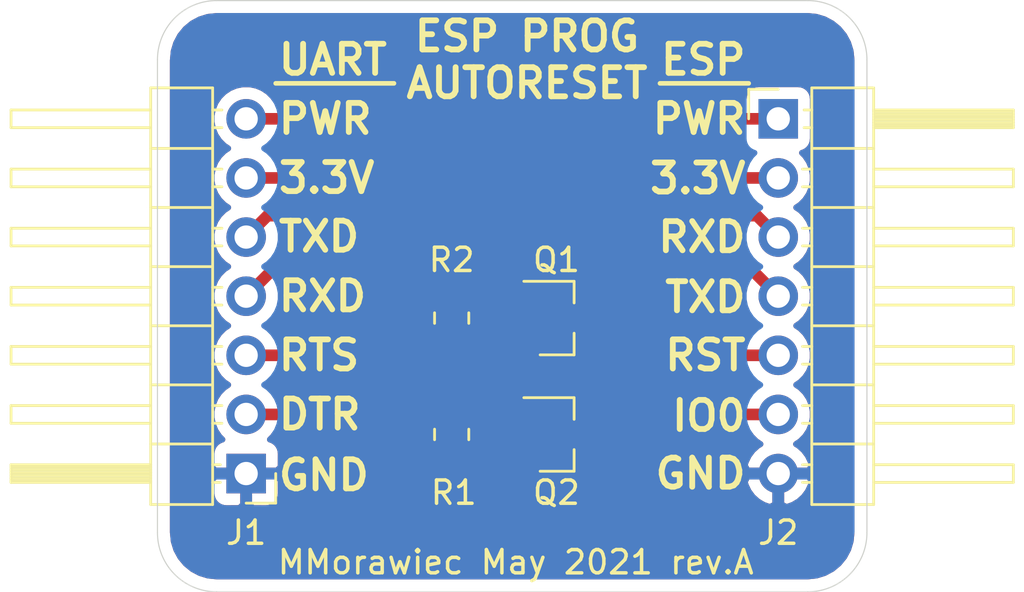
<source format=kicad_pcb>
(kicad_pcb (version 20171130) (host pcbnew "(5.1.10)-1")

  (general
    (thickness 1.6)
    (drawings 28)
    (tracks 33)
    (zones 0)
    (modules 6)
    (nets 12)
  )

  (page A4)
  (layers
    (0 F.Cu signal)
    (31 B.Cu signal)
    (32 B.Adhes user)
    (33 F.Adhes user)
    (34 B.Paste user)
    (35 F.Paste user)
    (36 B.SilkS user)
    (37 F.SilkS user)
    (38 B.Mask user)
    (39 F.Mask user)
    (40 Dwgs.User user)
    (41 Cmts.User user)
    (42 Eco1.User user)
    (43 Eco2.User user)
    (44 Edge.Cuts user)
    (45 Margin user)
    (46 B.CrtYd user)
    (47 F.CrtYd user)
    (48 B.Fab user)
    (49 F.Fab user)
  )

  (setup
    (last_trace_width 0.25)
    (user_trace_width 0.25)
    (user_trace_width 0.5)
    (user_trace_width 0.75)
    (trace_clearance 0.2)
    (zone_clearance 0.508)
    (zone_45_only no)
    (trace_min 0.2)
    (via_size 0.8)
    (via_drill 0.4)
    (via_min_size 0.4)
    (via_min_drill 0.3)
    (uvia_size 0.3)
    (uvia_drill 0.1)
    (uvias_allowed no)
    (uvia_min_size 0.2)
    (uvia_min_drill 0.1)
    (edge_width 0.05)
    (segment_width 0.2)
    (pcb_text_width 0.3)
    (pcb_text_size 1.5 1.5)
    (mod_edge_width 0.12)
    (mod_text_size 1 1)
    (mod_text_width 0.15)
    (pad_size 1.524 1.524)
    (pad_drill 0.762)
    (pad_to_mask_clearance 0)
    (aux_axis_origin 0 0)
    (visible_elements 7FFDFFFF)
    (pcbplotparams
      (layerselection 0x010fc_ffffffff)
      (usegerberextensions false)
      (usegerberattributes true)
      (usegerberadvancedattributes true)
      (creategerberjobfile true)
      (excludeedgelayer true)
      (linewidth 0.100000)
      (plotframeref false)
      (viasonmask false)
      (mode 1)
      (useauxorigin false)
      (hpglpennumber 1)
      (hpglpenspeed 20)
      (hpglpendiameter 15.000000)
      (psnegative false)
      (psa4output false)
      (plotreference true)
      (plotvalue true)
      (plotinvisibletext false)
      (padsonsilk false)
      (subtractmaskfromsilk false)
      (outputformat 1)
      (mirror false)
      (drillshape 0)
      (scaleselection 1)
      (outputdirectory ""))
  )

  (net 0 "")
  (net 1 3.3V)
  (net 2 UART_TXD_2_ESP_RXD)
  (net 3 UART_RXD_2_ESP_TXD)
  (net 4 UART_DTR)
  (net 5 UART_RTS)
  (net 6 GND)
  (net 7 ESP_GPIO0)
  (net 8 ESP_RESET)
  (net 9 "Net-(Q1-Pad1)")
  (net 10 "Net-(Q2-Pad1)")
  (net 11 POWER)

  (net_class Default "This is the default net class."
    (clearance 0.2)
    (trace_width 0.25)
    (via_dia 0.8)
    (via_drill 0.4)
    (uvia_dia 0.3)
    (uvia_drill 0.1)
    (add_net 3.3V)
    (add_net ESP_GPIO0)
    (add_net ESP_RESET)
    (add_net GND)
    (add_net "Net-(Q1-Pad1)")
    (add_net "Net-(Q2-Pad1)")
    (add_net POWER)
    (add_net UART_DTR)
    (add_net UART_RTS)
    (add_net UART_RXD_2_ESP_TXD)
    (add_net UART_TXD_2_ESP_RXD)
  )

  (module Resistor_SMD:R_0805_2012Metric (layer F.Cu) (tedit 5F68FEEE) (tstamp 60B15064)
    (at 143.45 100 90)
    (descr "Resistor SMD 0805 (2012 Metric), square (rectangular) end terminal, IPC_7351 nominal, (Body size source: IPC-SM-782 page 72, https://www.pcb-3d.com/wordpress/wp-content/uploads/ipc-sm-782a_amendment_1_and_2.pdf), generated with kicad-footprint-generator")
    (tags resistor)
    (path /60B0AB0D)
    (attr smd)
    (fp_text reference R2 (at 2.5 0 180) (layer F.SilkS)
      (effects (font (size 1 1) (thickness 0.15)))
    )
    (fp_text value 0 (at 0 1.65 90) (layer F.Fab)
      (effects (font (size 1 1) (thickness 0.15)))
    )
    (fp_line (start 1.68 0.95) (end -1.68 0.95) (layer F.CrtYd) (width 0.05))
    (fp_line (start 1.68 -0.95) (end 1.68 0.95) (layer F.CrtYd) (width 0.05))
    (fp_line (start -1.68 -0.95) (end 1.68 -0.95) (layer F.CrtYd) (width 0.05))
    (fp_line (start -1.68 0.95) (end -1.68 -0.95) (layer F.CrtYd) (width 0.05))
    (fp_line (start -0.227064 0.735) (end 0.227064 0.735) (layer F.SilkS) (width 0.12))
    (fp_line (start -0.227064 -0.735) (end 0.227064 -0.735) (layer F.SilkS) (width 0.12))
    (fp_line (start 1 0.625) (end -1 0.625) (layer F.Fab) (width 0.1))
    (fp_line (start 1 -0.625) (end 1 0.625) (layer F.Fab) (width 0.1))
    (fp_line (start -1 -0.625) (end 1 -0.625) (layer F.Fab) (width 0.1))
    (fp_line (start -1 0.625) (end -1 -0.625) (layer F.Fab) (width 0.1))
    (fp_text user %R (at 0 0 90) (layer F.Fab)
      (effects (font (size 0.5 0.5) (thickness 0.08)))
    )
    (pad 1 smd roundrect (at -0.9125 0 90) (size 1.025 1.4) (layers F.Cu F.Paste F.Mask) (roundrect_rratio 0.2439004878048781)
      (net 10 "Net-(Q2-Pad1)"))
    (pad 2 smd roundrect (at 0.9125 0 90) (size 1.025 1.4) (layers F.Cu F.Paste F.Mask) (roundrect_rratio 0.2439004878048781)
      (net 5 UART_RTS))
    (model ${KISYS3DMOD}/Resistor_SMD.3dshapes/R_0805_2012Metric.wrl
      (at (xyz 0 0 0))
      (scale (xyz 1 1 1))
      (rotate (xyz 0 0 0))
    )
  )

  (module Resistor_SMD:R_0805_2012Metric (layer F.Cu) (tedit 5F68FEEE) (tstamp 60B1510C)
    (at 143.45 105 270)
    (descr "Resistor SMD 0805 (2012 Metric), square (rectangular) end terminal, IPC_7351 nominal, (Body size source: IPC-SM-782 page 72, https://www.pcb-3d.com/wordpress/wp-content/uploads/ipc-sm-782a_amendment_1_and_2.pdf), generated with kicad-footprint-generator")
    (tags resistor)
    (path /60B0A30D)
    (attr smd)
    (fp_text reference R1 (at 2.5 -0.0875 180) (layer F.SilkS)
      (effects (font (size 1 1) (thickness 0.15)))
    )
    (fp_text value 0 (at 0 1.65 90) (layer F.Fab)
      (effects (font (size 1 1) (thickness 0.15)))
    )
    (fp_line (start 1.68 0.95) (end -1.68 0.95) (layer F.CrtYd) (width 0.05))
    (fp_line (start 1.68 -0.95) (end 1.68 0.95) (layer F.CrtYd) (width 0.05))
    (fp_line (start -1.68 -0.95) (end 1.68 -0.95) (layer F.CrtYd) (width 0.05))
    (fp_line (start -1.68 0.95) (end -1.68 -0.95) (layer F.CrtYd) (width 0.05))
    (fp_line (start -0.227064 0.735) (end 0.227064 0.735) (layer F.SilkS) (width 0.12))
    (fp_line (start -0.227064 -0.735) (end 0.227064 -0.735) (layer F.SilkS) (width 0.12))
    (fp_line (start 1 0.625) (end -1 0.625) (layer F.Fab) (width 0.1))
    (fp_line (start 1 -0.625) (end 1 0.625) (layer F.Fab) (width 0.1))
    (fp_line (start -1 -0.625) (end 1 -0.625) (layer F.Fab) (width 0.1))
    (fp_line (start -1 0.625) (end -1 -0.625) (layer F.Fab) (width 0.1))
    (fp_text user %R (at 0 0 90) (layer F.Fab)
      (effects (font (size 0.5 0.5) (thickness 0.08)))
    )
    (pad 1 smd roundrect (at -0.9125 0 270) (size 1.025 1.4) (layers F.Cu F.Paste F.Mask) (roundrect_rratio 0.2439004878048781)
      (net 9 "Net-(Q1-Pad1)"))
    (pad 2 smd roundrect (at 0.9125 0 270) (size 1.025 1.4) (layers F.Cu F.Paste F.Mask) (roundrect_rratio 0.2439004878048781)
      (net 4 UART_DTR))
    (model ${KISYS3DMOD}/Resistor_SMD.3dshapes/R_0805_2012Metric.wrl
      (at (xyz 0 0 0))
      (scale (xyz 1 1 1))
      (rotate (xyz 0 0 0))
    )
  )

  (module Package_TO_SOT_SMD:SOT-23 (layer F.Cu) (tedit 5A02FF57) (tstamp 60B15690)
    (at 147.95 105)
    (descr "SOT-23, Standard")
    (tags SOT-23)
    (path /60B08AE9)
    (attr smd)
    (fp_text reference Q2 (at 0 2.5) (layer F.SilkS)
      (effects (font (size 1 1) (thickness 0.15)))
    )
    (fp_text value LMUN2215 (at 0 2.5) (layer F.Fab)
      (effects (font (size 1 1) (thickness 0.15)))
    )
    (fp_line (start -0.7 -0.95) (end -0.7 1.5) (layer F.Fab) (width 0.1))
    (fp_line (start -0.15 -1.52) (end 0.7 -1.52) (layer F.Fab) (width 0.1))
    (fp_line (start -0.7 -0.95) (end -0.15 -1.52) (layer F.Fab) (width 0.1))
    (fp_line (start 0.7 -1.52) (end 0.7 1.52) (layer F.Fab) (width 0.1))
    (fp_line (start -0.7 1.52) (end 0.7 1.52) (layer F.Fab) (width 0.1))
    (fp_line (start 0.76 1.58) (end 0.76 0.65) (layer F.SilkS) (width 0.12))
    (fp_line (start 0.76 -1.58) (end 0.76 -0.65) (layer F.SilkS) (width 0.12))
    (fp_line (start -1.7 -1.75) (end 1.7 -1.75) (layer F.CrtYd) (width 0.05))
    (fp_line (start 1.7 -1.75) (end 1.7 1.75) (layer F.CrtYd) (width 0.05))
    (fp_line (start 1.7 1.75) (end -1.7 1.75) (layer F.CrtYd) (width 0.05))
    (fp_line (start -1.7 1.75) (end -1.7 -1.75) (layer F.CrtYd) (width 0.05))
    (fp_line (start 0.76 -1.58) (end -1.4 -1.58) (layer F.SilkS) (width 0.12))
    (fp_line (start 0.76 1.58) (end -0.7 1.58) (layer F.SilkS) (width 0.12))
    (fp_text user %R (at 0 0 90) (layer F.Fab)
      (effects (font (size 0.5 0.5) (thickness 0.075)))
    )
    (pad 3 smd rect (at 1 0) (size 0.9 0.8) (layers F.Cu F.Paste F.Mask)
      (net 7 ESP_GPIO0))
    (pad 2 smd rect (at -1 0.95) (size 0.9 0.8) (layers F.Cu F.Paste F.Mask)
      (net 4 UART_DTR))
    (pad 1 smd rect (at -1 -0.95) (size 0.9 0.8) (layers F.Cu F.Paste F.Mask)
      (net 10 "Net-(Q2-Pad1)"))
    (model ${KISYS3DMOD}/Package_TO_SOT_SMD.3dshapes/SOT-23.wrl
      (at (xyz 0 0 0))
      (scale (xyz 1 1 1))
      (rotate (xyz 0 0 0))
    )
  )

  (module Package_TO_SOT_SMD:SOT-23 (layer F.Cu) (tedit 5A02FF57) (tstamp 60B15098)
    (at 147.95 100)
    (descr "SOT-23, Standard")
    (tags SOT-23)
    (path /60B07D84)
    (attr smd)
    (fp_text reference Q1 (at 0 -2.5) (layer F.SilkS)
      (effects (font (size 1 1) (thickness 0.15)))
    )
    (fp_text value LMUN2215 (at 0 2.5) (layer F.Fab)
      (effects (font (size 1 1) (thickness 0.15)))
    )
    (fp_line (start 0.76 1.58) (end -0.7 1.58) (layer F.SilkS) (width 0.12))
    (fp_line (start 0.76 -1.58) (end -1.4 -1.58) (layer F.SilkS) (width 0.12))
    (fp_line (start -1.7 1.75) (end -1.7 -1.75) (layer F.CrtYd) (width 0.05))
    (fp_line (start 1.7 1.75) (end -1.7 1.75) (layer F.CrtYd) (width 0.05))
    (fp_line (start 1.7 -1.75) (end 1.7 1.75) (layer F.CrtYd) (width 0.05))
    (fp_line (start -1.7 -1.75) (end 1.7 -1.75) (layer F.CrtYd) (width 0.05))
    (fp_line (start 0.76 -1.58) (end 0.76 -0.65) (layer F.SilkS) (width 0.12))
    (fp_line (start 0.76 1.58) (end 0.76 0.65) (layer F.SilkS) (width 0.12))
    (fp_line (start -0.7 1.52) (end 0.7 1.52) (layer F.Fab) (width 0.1))
    (fp_line (start 0.7 -1.52) (end 0.7 1.52) (layer F.Fab) (width 0.1))
    (fp_line (start -0.7 -0.95) (end -0.15 -1.52) (layer F.Fab) (width 0.1))
    (fp_line (start -0.15 -1.52) (end 0.7 -1.52) (layer F.Fab) (width 0.1))
    (fp_line (start -0.7 -0.95) (end -0.7 1.5) (layer F.Fab) (width 0.1))
    (fp_text user %R (at 0 0 90) (layer F.Fab)
      (effects (font (size 0.5 0.5) (thickness 0.075)))
    )
    (pad 1 smd rect (at -1 -0.95) (size 0.9 0.8) (layers F.Cu F.Paste F.Mask)
      (net 9 "Net-(Q1-Pad1)"))
    (pad 2 smd rect (at -1 0.95) (size 0.9 0.8) (layers F.Cu F.Paste F.Mask)
      (net 5 UART_RTS))
    (pad 3 smd rect (at 1 0) (size 0.9 0.8) (layers F.Cu F.Paste F.Mask)
      (net 8 ESP_RESET))
    (model ${KISYS3DMOD}/Package_TO_SOT_SMD.3dshapes/SOT-23.wrl
      (at (xyz 0 0 0))
      (scale (xyz 1 1 1))
      (rotate (xyz 0 0 0))
    )
  )

  (module Connector_PinHeader_2.54mm:PinHeader_1x07_P2.54mm_Horizontal (layer F.Cu) (tedit 59FED5CB) (tstamp 60B07784)
    (at 157.48 91.44)
    (descr "Through hole angled pin header, 1x07, 2.54mm pitch, 6mm pin length, single row")
    (tags "Through hole angled pin header THT 1x07 2.54mm single row")
    (path /60B018B1)
    (fp_text reference J2 (at 0 17.78) (layer F.SilkS)
      (effects (font (size 1 1) (thickness 0.15)))
    )
    (fp_text value ESP (at 4.385 17.51) (layer F.Fab)
      (effects (font (size 1 1) (thickness 0.15)))
    )
    (fp_line (start 10.55 -1.8) (end -1.8 -1.8) (layer F.CrtYd) (width 0.05))
    (fp_line (start 10.55 17.05) (end 10.55 -1.8) (layer F.CrtYd) (width 0.05))
    (fp_line (start -1.8 17.05) (end 10.55 17.05) (layer F.CrtYd) (width 0.05))
    (fp_line (start -1.8 -1.8) (end -1.8 17.05) (layer F.CrtYd) (width 0.05))
    (fp_line (start -1.27 -1.27) (end 0 -1.27) (layer F.SilkS) (width 0.12))
    (fp_line (start -1.27 0) (end -1.27 -1.27) (layer F.SilkS) (width 0.12))
    (fp_line (start 1.042929 15.62) (end 1.44 15.62) (layer F.SilkS) (width 0.12))
    (fp_line (start 1.042929 14.86) (end 1.44 14.86) (layer F.SilkS) (width 0.12))
    (fp_line (start 10.1 15.62) (end 4.1 15.62) (layer F.SilkS) (width 0.12))
    (fp_line (start 10.1 14.86) (end 10.1 15.62) (layer F.SilkS) (width 0.12))
    (fp_line (start 4.1 14.86) (end 10.1 14.86) (layer F.SilkS) (width 0.12))
    (fp_line (start 1.44 13.97) (end 4.1 13.97) (layer F.SilkS) (width 0.12))
    (fp_line (start 1.042929 13.08) (end 1.44 13.08) (layer F.SilkS) (width 0.12))
    (fp_line (start 1.042929 12.32) (end 1.44 12.32) (layer F.SilkS) (width 0.12))
    (fp_line (start 10.1 13.08) (end 4.1 13.08) (layer F.SilkS) (width 0.12))
    (fp_line (start 10.1 12.32) (end 10.1 13.08) (layer F.SilkS) (width 0.12))
    (fp_line (start 4.1 12.32) (end 10.1 12.32) (layer F.SilkS) (width 0.12))
    (fp_line (start 1.44 11.43) (end 4.1 11.43) (layer F.SilkS) (width 0.12))
    (fp_line (start 1.042929 10.54) (end 1.44 10.54) (layer F.SilkS) (width 0.12))
    (fp_line (start 1.042929 9.78) (end 1.44 9.78) (layer F.SilkS) (width 0.12))
    (fp_line (start 10.1 10.54) (end 4.1 10.54) (layer F.SilkS) (width 0.12))
    (fp_line (start 10.1 9.78) (end 10.1 10.54) (layer F.SilkS) (width 0.12))
    (fp_line (start 4.1 9.78) (end 10.1 9.78) (layer F.SilkS) (width 0.12))
    (fp_line (start 1.44 8.89) (end 4.1 8.89) (layer F.SilkS) (width 0.12))
    (fp_line (start 1.042929 8) (end 1.44 8) (layer F.SilkS) (width 0.12))
    (fp_line (start 1.042929 7.24) (end 1.44 7.24) (layer F.SilkS) (width 0.12))
    (fp_line (start 10.1 8) (end 4.1 8) (layer F.SilkS) (width 0.12))
    (fp_line (start 10.1 7.24) (end 10.1 8) (layer F.SilkS) (width 0.12))
    (fp_line (start 4.1 7.24) (end 10.1 7.24) (layer F.SilkS) (width 0.12))
    (fp_line (start 1.44 6.35) (end 4.1 6.35) (layer F.SilkS) (width 0.12))
    (fp_line (start 1.042929 5.46) (end 1.44 5.46) (layer F.SilkS) (width 0.12))
    (fp_line (start 1.042929 4.7) (end 1.44 4.7) (layer F.SilkS) (width 0.12))
    (fp_line (start 10.1 5.46) (end 4.1 5.46) (layer F.SilkS) (width 0.12))
    (fp_line (start 10.1 4.7) (end 10.1 5.46) (layer F.SilkS) (width 0.12))
    (fp_line (start 4.1 4.7) (end 10.1 4.7) (layer F.SilkS) (width 0.12))
    (fp_line (start 1.44 3.81) (end 4.1 3.81) (layer F.SilkS) (width 0.12))
    (fp_line (start 1.042929 2.92) (end 1.44 2.92) (layer F.SilkS) (width 0.12))
    (fp_line (start 1.042929 2.16) (end 1.44 2.16) (layer F.SilkS) (width 0.12))
    (fp_line (start 10.1 2.92) (end 4.1 2.92) (layer F.SilkS) (width 0.12))
    (fp_line (start 10.1 2.16) (end 10.1 2.92) (layer F.SilkS) (width 0.12))
    (fp_line (start 4.1 2.16) (end 10.1 2.16) (layer F.SilkS) (width 0.12))
    (fp_line (start 1.44 1.27) (end 4.1 1.27) (layer F.SilkS) (width 0.12))
    (fp_line (start 1.11 0.38) (end 1.44 0.38) (layer F.SilkS) (width 0.12))
    (fp_line (start 1.11 -0.38) (end 1.44 -0.38) (layer F.SilkS) (width 0.12))
    (fp_line (start 4.1 0.28) (end 10.1 0.28) (layer F.SilkS) (width 0.12))
    (fp_line (start 4.1 0.16) (end 10.1 0.16) (layer F.SilkS) (width 0.12))
    (fp_line (start 4.1 0.04) (end 10.1 0.04) (layer F.SilkS) (width 0.12))
    (fp_line (start 4.1 -0.08) (end 10.1 -0.08) (layer F.SilkS) (width 0.12))
    (fp_line (start 4.1 -0.2) (end 10.1 -0.2) (layer F.SilkS) (width 0.12))
    (fp_line (start 4.1 -0.32) (end 10.1 -0.32) (layer F.SilkS) (width 0.12))
    (fp_line (start 10.1 0.38) (end 4.1 0.38) (layer F.SilkS) (width 0.12))
    (fp_line (start 10.1 -0.38) (end 10.1 0.38) (layer F.SilkS) (width 0.12))
    (fp_line (start 4.1 -0.38) (end 10.1 -0.38) (layer F.SilkS) (width 0.12))
    (fp_line (start 4.1 -1.33) (end 1.44 -1.33) (layer F.SilkS) (width 0.12))
    (fp_line (start 4.1 16.57) (end 4.1 -1.33) (layer F.SilkS) (width 0.12))
    (fp_line (start 1.44 16.57) (end 4.1 16.57) (layer F.SilkS) (width 0.12))
    (fp_line (start 1.44 -1.33) (end 1.44 16.57) (layer F.SilkS) (width 0.12))
    (fp_line (start 4.04 15.56) (end 10.04 15.56) (layer F.Fab) (width 0.1))
    (fp_line (start 10.04 14.92) (end 10.04 15.56) (layer F.Fab) (width 0.1))
    (fp_line (start 4.04 14.92) (end 10.04 14.92) (layer F.Fab) (width 0.1))
    (fp_line (start -0.32 15.56) (end 1.5 15.56) (layer F.Fab) (width 0.1))
    (fp_line (start -0.32 14.92) (end -0.32 15.56) (layer F.Fab) (width 0.1))
    (fp_line (start -0.32 14.92) (end 1.5 14.92) (layer F.Fab) (width 0.1))
    (fp_line (start 4.04 13.02) (end 10.04 13.02) (layer F.Fab) (width 0.1))
    (fp_line (start 10.04 12.38) (end 10.04 13.02) (layer F.Fab) (width 0.1))
    (fp_line (start 4.04 12.38) (end 10.04 12.38) (layer F.Fab) (width 0.1))
    (fp_line (start -0.32 13.02) (end 1.5 13.02) (layer F.Fab) (width 0.1))
    (fp_line (start -0.32 12.38) (end -0.32 13.02) (layer F.Fab) (width 0.1))
    (fp_line (start -0.32 12.38) (end 1.5 12.38) (layer F.Fab) (width 0.1))
    (fp_line (start 4.04 10.48) (end 10.04 10.48) (layer F.Fab) (width 0.1))
    (fp_line (start 10.04 9.84) (end 10.04 10.48) (layer F.Fab) (width 0.1))
    (fp_line (start 4.04 9.84) (end 10.04 9.84) (layer F.Fab) (width 0.1))
    (fp_line (start -0.32 10.48) (end 1.5 10.48) (layer F.Fab) (width 0.1))
    (fp_line (start -0.32 9.84) (end -0.32 10.48) (layer F.Fab) (width 0.1))
    (fp_line (start -0.32 9.84) (end 1.5 9.84) (layer F.Fab) (width 0.1))
    (fp_line (start 4.04 7.94) (end 10.04 7.94) (layer F.Fab) (width 0.1))
    (fp_line (start 10.04 7.3) (end 10.04 7.94) (layer F.Fab) (width 0.1))
    (fp_line (start 4.04 7.3) (end 10.04 7.3) (layer F.Fab) (width 0.1))
    (fp_line (start -0.32 7.94) (end 1.5 7.94) (layer F.Fab) (width 0.1))
    (fp_line (start -0.32 7.3) (end -0.32 7.94) (layer F.Fab) (width 0.1))
    (fp_line (start -0.32 7.3) (end 1.5 7.3) (layer F.Fab) (width 0.1))
    (fp_line (start 4.04 5.4) (end 10.04 5.4) (layer F.Fab) (width 0.1))
    (fp_line (start 10.04 4.76) (end 10.04 5.4) (layer F.Fab) (width 0.1))
    (fp_line (start 4.04 4.76) (end 10.04 4.76) (layer F.Fab) (width 0.1))
    (fp_line (start -0.32 5.4) (end 1.5 5.4) (layer F.Fab) (width 0.1))
    (fp_line (start -0.32 4.76) (end -0.32 5.4) (layer F.Fab) (width 0.1))
    (fp_line (start -0.32 4.76) (end 1.5 4.76) (layer F.Fab) (width 0.1))
    (fp_line (start 4.04 2.86) (end 10.04 2.86) (layer F.Fab) (width 0.1))
    (fp_line (start 10.04 2.22) (end 10.04 2.86) (layer F.Fab) (width 0.1))
    (fp_line (start 4.04 2.22) (end 10.04 2.22) (layer F.Fab) (width 0.1))
    (fp_line (start -0.32 2.86) (end 1.5 2.86) (layer F.Fab) (width 0.1))
    (fp_line (start -0.32 2.22) (end -0.32 2.86) (layer F.Fab) (width 0.1))
    (fp_line (start -0.32 2.22) (end 1.5 2.22) (layer F.Fab) (width 0.1))
    (fp_line (start 4.04 0.32) (end 10.04 0.32) (layer F.Fab) (width 0.1))
    (fp_line (start 10.04 -0.32) (end 10.04 0.32) (layer F.Fab) (width 0.1))
    (fp_line (start 4.04 -0.32) (end 10.04 -0.32) (layer F.Fab) (width 0.1))
    (fp_line (start -0.32 0.32) (end 1.5 0.32) (layer F.Fab) (width 0.1))
    (fp_line (start -0.32 -0.32) (end -0.32 0.32) (layer F.Fab) (width 0.1))
    (fp_line (start -0.32 -0.32) (end 1.5 -0.32) (layer F.Fab) (width 0.1))
    (fp_line (start 1.5 -0.635) (end 2.135 -1.27) (layer F.Fab) (width 0.1))
    (fp_line (start 1.5 16.51) (end 1.5 -0.635) (layer F.Fab) (width 0.1))
    (fp_line (start 4.04 16.51) (end 1.5 16.51) (layer F.Fab) (width 0.1))
    (fp_line (start 4.04 -1.27) (end 4.04 16.51) (layer F.Fab) (width 0.1))
    (fp_line (start 2.135 -1.27) (end 4.04 -1.27) (layer F.Fab) (width 0.1))
    (fp_text user %R (at 2.77 7.62 90) (layer F.Fab)
      (effects (font (size 1 1) (thickness 0.15)))
    )
    (pad 1 thru_hole rect (at 0 0) (size 1.7 1.7) (drill 1) (layers *.Cu *.Mask)
      (net 11 POWER))
    (pad 2 thru_hole oval (at 0 2.54) (size 1.7 1.7) (drill 1) (layers *.Cu *.Mask)
      (net 1 3.3V))
    (pad 3 thru_hole oval (at 0 5.08) (size 1.7 1.7) (drill 1) (layers *.Cu *.Mask)
      (net 2 UART_TXD_2_ESP_RXD))
    (pad 4 thru_hole oval (at 0 7.62) (size 1.7 1.7) (drill 1) (layers *.Cu *.Mask)
      (net 3 UART_RXD_2_ESP_TXD))
    (pad 5 thru_hole oval (at 0 10.16) (size 1.7 1.7) (drill 1) (layers *.Cu *.Mask)
      (net 8 ESP_RESET))
    (pad 6 thru_hole oval (at 0 12.7) (size 1.7 1.7) (drill 1) (layers *.Cu *.Mask)
      (net 7 ESP_GPIO0))
    (pad 7 thru_hole oval (at 0 15.24) (size 1.7 1.7) (drill 1) (layers *.Cu *.Mask)
      (net 6 GND))
    (model ${KISYS3DMOD}/Connector_PinHeader_2.54mm.3dshapes/PinHeader_1x07_P2.54mm_Horizontal.wrl
      (at (xyz 0 0 0))
      (scale (xyz 1 1 1))
      (rotate (xyz 0 0 0))
    )
  )

  (module Connector_PinHeader_2.54mm:PinHeader_1x07_P2.54mm_Horizontal (layer F.Cu) (tedit 59FED5CB) (tstamp 60B07343)
    (at 134.62 106.68 180)
    (descr "Through hole angled pin header, 1x07, 2.54mm pitch, 6mm pin length, single row")
    (tags "Through hole angled pin header THT 1x07 2.54mm single row")
    (path /60B007EB)
    (fp_text reference J1 (at 0 -2.54) (layer F.SilkS)
      (effects (font (size 1 1) (thickness 0.15)))
    )
    (fp_text value UART (at 4.385 17.51) (layer F.Fab)
      (effects (font (size 1 1) (thickness 0.15)))
    )
    (fp_line (start 10.55 -1.8) (end -1.8 -1.8) (layer F.CrtYd) (width 0.05))
    (fp_line (start 10.55 17.05) (end 10.55 -1.8) (layer F.CrtYd) (width 0.05))
    (fp_line (start -1.8 17.05) (end 10.55 17.05) (layer F.CrtYd) (width 0.05))
    (fp_line (start -1.8 -1.8) (end -1.8 17.05) (layer F.CrtYd) (width 0.05))
    (fp_line (start -1.27 -1.27) (end 0 -1.27) (layer F.SilkS) (width 0.12))
    (fp_line (start -1.27 0) (end -1.27 -1.27) (layer F.SilkS) (width 0.12))
    (fp_line (start 1.042929 15.62) (end 1.44 15.62) (layer F.SilkS) (width 0.12))
    (fp_line (start 1.042929 14.86) (end 1.44 14.86) (layer F.SilkS) (width 0.12))
    (fp_line (start 10.1 15.62) (end 4.1 15.62) (layer F.SilkS) (width 0.12))
    (fp_line (start 10.1 14.86) (end 10.1 15.62) (layer F.SilkS) (width 0.12))
    (fp_line (start 4.1 14.86) (end 10.1 14.86) (layer F.SilkS) (width 0.12))
    (fp_line (start 1.44 13.97) (end 4.1 13.97) (layer F.SilkS) (width 0.12))
    (fp_line (start 1.042929 13.08) (end 1.44 13.08) (layer F.SilkS) (width 0.12))
    (fp_line (start 1.042929 12.32) (end 1.44 12.32) (layer F.SilkS) (width 0.12))
    (fp_line (start 10.1 13.08) (end 4.1 13.08) (layer F.SilkS) (width 0.12))
    (fp_line (start 10.1 12.32) (end 10.1 13.08) (layer F.SilkS) (width 0.12))
    (fp_line (start 4.1 12.32) (end 10.1 12.32) (layer F.SilkS) (width 0.12))
    (fp_line (start 1.44 11.43) (end 4.1 11.43) (layer F.SilkS) (width 0.12))
    (fp_line (start 1.042929 10.54) (end 1.44 10.54) (layer F.SilkS) (width 0.12))
    (fp_line (start 1.042929 9.78) (end 1.44 9.78) (layer F.SilkS) (width 0.12))
    (fp_line (start 10.1 10.54) (end 4.1 10.54) (layer F.SilkS) (width 0.12))
    (fp_line (start 10.1 9.78) (end 10.1 10.54) (layer F.SilkS) (width 0.12))
    (fp_line (start 4.1 9.78) (end 10.1 9.78) (layer F.SilkS) (width 0.12))
    (fp_line (start 1.44 8.89) (end 4.1 8.89) (layer F.SilkS) (width 0.12))
    (fp_line (start 1.042929 8) (end 1.44 8) (layer F.SilkS) (width 0.12))
    (fp_line (start 1.042929 7.24) (end 1.44 7.24) (layer F.SilkS) (width 0.12))
    (fp_line (start 10.1 8) (end 4.1 8) (layer F.SilkS) (width 0.12))
    (fp_line (start 10.1 7.24) (end 10.1 8) (layer F.SilkS) (width 0.12))
    (fp_line (start 4.1 7.24) (end 10.1 7.24) (layer F.SilkS) (width 0.12))
    (fp_line (start 1.44 6.35) (end 4.1 6.35) (layer F.SilkS) (width 0.12))
    (fp_line (start 1.042929 5.46) (end 1.44 5.46) (layer F.SilkS) (width 0.12))
    (fp_line (start 1.042929 4.7) (end 1.44 4.7) (layer F.SilkS) (width 0.12))
    (fp_line (start 10.1 5.46) (end 4.1 5.46) (layer F.SilkS) (width 0.12))
    (fp_line (start 10.1 4.7) (end 10.1 5.46) (layer F.SilkS) (width 0.12))
    (fp_line (start 4.1 4.7) (end 10.1 4.7) (layer F.SilkS) (width 0.12))
    (fp_line (start 1.44 3.81) (end 4.1 3.81) (layer F.SilkS) (width 0.12))
    (fp_line (start 1.042929 2.92) (end 1.44 2.92) (layer F.SilkS) (width 0.12))
    (fp_line (start 1.042929 2.16) (end 1.44 2.16) (layer F.SilkS) (width 0.12))
    (fp_line (start 10.1 2.92) (end 4.1 2.92) (layer F.SilkS) (width 0.12))
    (fp_line (start 10.1 2.16) (end 10.1 2.92) (layer F.SilkS) (width 0.12))
    (fp_line (start 4.1 2.16) (end 10.1 2.16) (layer F.SilkS) (width 0.12))
    (fp_line (start 1.44 1.27) (end 4.1 1.27) (layer F.SilkS) (width 0.12))
    (fp_line (start 1.11 0.38) (end 1.44 0.38) (layer F.SilkS) (width 0.12))
    (fp_line (start 1.11 -0.38) (end 1.44 -0.38) (layer F.SilkS) (width 0.12))
    (fp_line (start 4.1 0.28) (end 10.1 0.28) (layer F.SilkS) (width 0.12))
    (fp_line (start 4.1 0.16) (end 10.1 0.16) (layer F.SilkS) (width 0.12))
    (fp_line (start 4.1 0.04) (end 10.1 0.04) (layer F.SilkS) (width 0.12))
    (fp_line (start 4.1 -0.08) (end 10.1 -0.08) (layer F.SilkS) (width 0.12))
    (fp_line (start 4.1 -0.2) (end 10.1 -0.2) (layer F.SilkS) (width 0.12))
    (fp_line (start 4.1 -0.32) (end 10.1 -0.32) (layer F.SilkS) (width 0.12))
    (fp_line (start 10.1 0.38) (end 4.1 0.38) (layer F.SilkS) (width 0.12))
    (fp_line (start 10.1 -0.38) (end 10.1 0.38) (layer F.SilkS) (width 0.12))
    (fp_line (start 4.1 -0.38) (end 10.1 -0.38) (layer F.SilkS) (width 0.12))
    (fp_line (start 4.1 -1.33) (end 1.44 -1.33) (layer F.SilkS) (width 0.12))
    (fp_line (start 4.1 16.57) (end 4.1 -1.33) (layer F.SilkS) (width 0.12))
    (fp_line (start 1.44 16.57) (end 4.1 16.57) (layer F.SilkS) (width 0.12))
    (fp_line (start 1.44 -1.33) (end 1.44 16.57) (layer F.SilkS) (width 0.12))
    (fp_line (start 4.04 15.56) (end 10.04 15.56) (layer F.Fab) (width 0.1))
    (fp_line (start 10.04 14.92) (end 10.04 15.56) (layer F.Fab) (width 0.1))
    (fp_line (start 4.04 14.92) (end 10.04 14.92) (layer F.Fab) (width 0.1))
    (fp_line (start -0.32 15.56) (end 1.5 15.56) (layer F.Fab) (width 0.1))
    (fp_line (start -0.32 14.92) (end -0.32 15.56) (layer F.Fab) (width 0.1))
    (fp_line (start -0.32 14.92) (end 1.5 14.92) (layer F.Fab) (width 0.1))
    (fp_line (start 4.04 13.02) (end 10.04 13.02) (layer F.Fab) (width 0.1))
    (fp_line (start 10.04 12.38) (end 10.04 13.02) (layer F.Fab) (width 0.1))
    (fp_line (start 4.04 12.38) (end 10.04 12.38) (layer F.Fab) (width 0.1))
    (fp_line (start -0.32 13.02) (end 1.5 13.02) (layer F.Fab) (width 0.1))
    (fp_line (start -0.32 12.38) (end -0.32 13.02) (layer F.Fab) (width 0.1))
    (fp_line (start -0.32 12.38) (end 1.5 12.38) (layer F.Fab) (width 0.1))
    (fp_line (start 4.04 10.48) (end 10.04 10.48) (layer F.Fab) (width 0.1))
    (fp_line (start 10.04 9.84) (end 10.04 10.48) (layer F.Fab) (width 0.1))
    (fp_line (start 4.04 9.84) (end 10.04 9.84) (layer F.Fab) (width 0.1))
    (fp_line (start -0.32 10.48) (end 1.5 10.48) (layer F.Fab) (width 0.1))
    (fp_line (start -0.32 9.84) (end -0.32 10.48) (layer F.Fab) (width 0.1))
    (fp_line (start -0.32 9.84) (end 1.5 9.84) (layer F.Fab) (width 0.1))
    (fp_line (start 4.04 7.94) (end 10.04 7.94) (layer F.Fab) (width 0.1))
    (fp_line (start 10.04 7.3) (end 10.04 7.94) (layer F.Fab) (width 0.1))
    (fp_line (start 4.04 7.3) (end 10.04 7.3) (layer F.Fab) (width 0.1))
    (fp_line (start -0.32 7.94) (end 1.5 7.94) (layer F.Fab) (width 0.1))
    (fp_line (start -0.32 7.3) (end -0.32 7.94) (layer F.Fab) (width 0.1))
    (fp_line (start -0.32 7.3) (end 1.5 7.3) (layer F.Fab) (width 0.1))
    (fp_line (start 4.04 5.4) (end 10.04 5.4) (layer F.Fab) (width 0.1))
    (fp_line (start 10.04 4.76) (end 10.04 5.4) (layer F.Fab) (width 0.1))
    (fp_line (start 4.04 4.76) (end 10.04 4.76) (layer F.Fab) (width 0.1))
    (fp_line (start -0.32 5.4) (end 1.5 5.4) (layer F.Fab) (width 0.1))
    (fp_line (start -0.32 4.76) (end -0.32 5.4) (layer F.Fab) (width 0.1))
    (fp_line (start -0.32 4.76) (end 1.5 4.76) (layer F.Fab) (width 0.1))
    (fp_line (start 4.04 2.86) (end 10.04 2.86) (layer F.Fab) (width 0.1))
    (fp_line (start 10.04 2.22) (end 10.04 2.86) (layer F.Fab) (width 0.1))
    (fp_line (start 4.04 2.22) (end 10.04 2.22) (layer F.Fab) (width 0.1))
    (fp_line (start -0.32 2.86) (end 1.5 2.86) (layer F.Fab) (width 0.1))
    (fp_line (start -0.32 2.22) (end -0.32 2.86) (layer F.Fab) (width 0.1))
    (fp_line (start -0.32 2.22) (end 1.5 2.22) (layer F.Fab) (width 0.1))
    (fp_line (start 4.04 0.32) (end 10.04 0.32) (layer F.Fab) (width 0.1))
    (fp_line (start 10.04 -0.32) (end 10.04 0.32) (layer F.Fab) (width 0.1))
    (fp_line (start 4.04 -0.32) (end 10.04 -0.32) (layer F.Fab) (width 0.1))
    (fp_line (start -0.32 0.32) (end 1.5 0.32) (layer F.Fab) (width 0.1))
    (fp_line (start -0.32 -0.32) (end -0.32 0.32) (layer F.Fab) (width 0.1))
    (fp_line (start -0.32 -0.32) (end 1.5 -0.32) (layer F.Fab) (width 0.1))
    (fp_line (start 1.5 -0.635) (end 2.135 -1.27) (layer F.Fab) (width 0.1))
    (fp_line (start 1.5 16.51) (end 1.5 -0.635) (layer F.Fab) (width 0.1))
    (fp_line (start 4.04 16.51) (end 1.5 16.51) (layer F.Fab) (width 0.1))
    (fp_line (start 4.04 -1.27) (end 4.04 16.51) (layer F.Fab) (width 0.1))
    (fp_line (start 2.135 -1.27) (end 4.04 -1.27) (layer F.Fab) (width 0.1))
    (fp_text user %R (at 2.77 7.62 90) (layer F.Fab)
      (effects (font (size 1 1) (thickness 0.15)))
    )
    (pad 1 thru_hole rect (at 0 0 180) (size 1.7 1.7) (drill 1) (layers *.Cu *.Mask)
      (net 6 GND))
    (pad 2 thru_hole oval (at 0 2.54 180) (size 1.7 1.7) (drill 1) (layers *.Cu *.Mask)
      (net 4 UART_DTR))
    (pad 3 thru_hole oval (at 0 5.08 180) (size 1.7 1.7) (drill 1) (layers *.Cu *.Mask)
      (net 5 UART_RTS))
    (pad 4 thru_hole oval (at 0 7.62 180) (size 1.7 1.7) (drill 1) (layers *.Cu *.Mask)
      (net 3 UART_RXD_2_ESP_TXD))
    (pad 5 thru_hole oval (at 0 10.16 180) (size 1.7 1.7) (drill 1) (layers *.Cu *.Mask)
      (net 2 UART_TXD_2_ESP_RXD))
    (pad 6 thru_hole oval (at 0 12.7 180) (size 1.7 1.7) (drill 1) (layers *.Cu *.Mask)
      (net 1 3.3V))
    (pad 7 thru_hole oval (at 0 15.24 180) (size 1.7 1.7) (drill 1) (layers *.Cu *.Mask)
      (net 11 POWER))
    (model ${KISYS3DMOD}/Connector_PinHeader_2.54mm.3dshapes/PinHeader_1x07_P2.54mm_Horizontal.wrl
      (at (xyz 0 0 0))
      (scale (xyz 1 1 1))
      (rotate (xyz 0 0 0))
    )
  )

  (gr_text "MMorawiec May 2021 rev.A" (at 135.89 110.49) (layer F.SilkS) (tstamp 60B1E432)
    (effects (font (size 1 1) (thickness 0.15)) (justify left))
  )
  (gr_text "ESP PROG\nAUTORESET" (at 146.685 88.9) (layer F.SilkS) (tstamp 60B1E36B)
    (effects (font (size 1.25 1.25) (thickness 0.25)))
  )
  (gr_line (start 130.81 88.9) (end 130.81 109.22) (layer Edge.Cuts) (width 0.05) (tstamp 60B1E2B9))
  (gr_line (start 161.29 109.22) (end 161.29 88.9) (layer Edge.Cuts) (width 0.05) (tstamp 60B1E2B8))
  (gr_line (start 133.35 111.76) (end 158.75 111.76) (layer Edge.Cuts) (width 0.05) (tstamp 60B1E2B7))
  (gr_line (start 158.75 86.36) (end 133.35 86.36) (layer Edge.Cuts) (width 0.05) (tstamp 60B1E2B6))
  (gr_arc (start 133.35 109.22) (end 130.81 109.22) (angle -90) (layer Edge.Cuts) (width 0.05))
  (gr_arc (start 158.75 109.22) (end 158.75 111.76) (angle -90) (layer Edge.Cuts) (width 0.05))
  (gr_arc (start 158.75 88.9) (end 161.29 88.9) (angle -90) (layer Edge.Cuts) (width 0.05))
  (gr_arc (start 133.35 88.9) (end 133.35 86.36) (angle -90) (layer Edge.Cuts) (width 0.05))
  (gr_line (start 152.4 89.916) (end 156.21 89.916) (layer F.SilkS) (width 0.2))
  (gr_line (start 135.89 89.916) (end 140.97 89.916) (layer F.SilkS) (width 0.2))
  (gr_text ESP (at 156.21 88.9) (layer F.SilkS) (tstamp 60B163DC)
    (effects (font (size 1.25 1.25) (thickness 0.25)) (justify right))
  )
  (gr_text UART (at 135.89 88.9) (layer F.SilkS) (tstamp 60B163D6)
    (effects (font (size 1.25 1.25) (thickness 0.25)) (justify left))
  )
  (gr_text DTR (at 135.89 104.14) (layer F.SilkS)
    (effects (font (size 1.25 1.25) (thickness 0.25)) (justify left))
  )
  (gr_text RTS (at 135.89 101.6) (layer F.SilkS)
    (effects (font (size 1.25 1.25) (thickness 0.25)) (justify left))
  )
  (gr_text TXD (at 135.89 96.5) (layer F.SilkS) (tstamp 60B15E79)
    (effects (font (size 1.25 1.25) (thickness 0.25)) (justify left))
  )
  (gr_text RXD (at 135.89 99.06) (layer F.SilkS) (tstamp 60B161DC)
    (effects (font (size 1.25 1.25) (thickness 0.25)) (justify left))
  )
  (gr_text 3.3V (at 135.89 93.98) (layer F.SilkS) (tstamp 60B15E73)
    (effects (font (size 1.25 1.25) (thickness 0.25)) (justify left))
  )
  (gr_text PWR (at 135.89 91.44) (layer F.SilkS) (tstamp 60B16190)
    (effects (font (size 1.25 1.25) (thickness 0.25)) (justify left))
  )
  (gr_text PWR (at 156.21 91.44) (layer F.SilkS)
    (effects (font (size 1.25 1.25) (thickness 0.25)) (justify right))
  )
  (gr_text 3.3V (at 156.21 94) (layer F.SilkS)
    (effects (font (size 1.25 1.25) (thickness 0.25)) (justify right))
  )
  (gr_text RXD (at 156.21 96.52) (layer F.SilkS)
    (effects (font (size 1.25 1.25) (thickness 0.25)) (justify right))
  )
  (gr_text TXD (at 156.21 99.1) (layer F.SilkS)
    (effects (font (size 1.25 1.25) (thickness 0.25)) (justify right))
  )
  (gr_text RST (at 156.21 101.6) (layer F.SilkS)
    (effects (font (size 1.25 1.25) (thickness 0.25)) (justify right))
  )
  (gr_text IO0 (at 156.21 104.2) (layer F.SilkS)
    (effects (font (size 1.25 1.25) (thickness 0.25)) (justify right))
  )
  (gr_text GND (at 156.21 106.68) (layer F.SilkS) (tstamp 60B15E4A)
    (effects (font (size 1.25 1.25) (thickness 0.25)) (justify right))
  )
  (gr_text GND (at 135.89 106.75) (layer F.SilkS) (tstamp 60B15E45)
    (effects (font (size 1.25 1.25) (thickness 0.25)) (justify left))
  )

  (segment (start 134.62 93.98) (end 157.48 93.98) (width 0.5) (layer F.Cu) (net 1))
  (segment (start 156.56 95.6) (end 157.48 96.52) (width 0.5) (layer F.Cu) (net 2))
  (segment (start 135.54 95.6) (end 156.56 95.6) (width 0.5) (layer F.Cu) (net 2))
  (segment (start 134.62 96.52) (end 135.54 95.6) (width 0.5) (layer F.Cu) (net 2))
  (segment (start 134.62 99.06) (end 136.525 97.155) (width 0.5) (layer F.Cu) (net 3))
  (segment (start 155.575 97.155) (end 157.48 99.06) (width 0.5) (layer F.Cu) (net 3))
  (segment (start 136.525 97.155) (end 155.575 97.155) (width 0.5) (layer F.Cu) (net 3))
  (segment (start 146.9125 105.9125) (end 146.95 105.95) (width 0.5) (layer F.Cu) (net 4) (tstamp 60B15154))
  (segment (start 143.45 105.9125) (end 146.9125 105.9125) (width 0.5) (layer F.Cu) (net 4) (tstamp 60B15151))
  (segment (start 134.62 104.14) (end 140.335 104.14) (width 0.5) (layer F.Cu) (net 4))
  (segment (start 142.1075 105.9125) (end 143.45 105.9125) (width 0.5) (layer F.Cu) (net 4))
  (segment (start 140.335 104.14) (end 142.1075 105.9125) (width 0.5) (layer F.Cu) (net 4))
  (segment (start 143.45 99.0875) (end 144.0375 99.0875) (width 0.5) (layer F.Cu) (net 5) (tstamp 60B1514E))
  (segment (start 145.9 100.95) (end 146.95 100.95) (width 0.5) (layer F.Cu) (net 5) (tstamp 60B15130))
  (segment (start 144.0375 99.0875) (end 145.9 100.95) (width 0.5) (layer F.Cu) (net 5) (tstamp 60B15148))
  (segment (start 134.62 101.6) (end 139.7 101.6) (width 0.5) (layer F.Cu) (net 5))
  (segment (start 142.2125 99.0875) (end 143.45 99.0875) (width 0.5) (layer F.Cu) (net 5))
  (segment (start 139.7 101.6) (end 142.2125 99.0875) (width 0.5) (layer F.Cu) (net 5))
  (segment (start 157.48 104.14) (end 150.495 104.14) (width 0.5) (layer F.Cu) (net 7))
  (segment (start 149.635 105) (end 148.95 105) (width 0.5) (layer F.Cu) (net 7))
  (segment (start 150.495 104.14) (end 149.635 105) (width 0.5) (layer F.Cu) (net 7))
  (segment (start 157.48 101.6) (end 151.13 101.6) (width 0.5) (layer F.Cu) (net 8))
  (segment (start 149.53 100) (end 148.95 100) (width 0.5) (layer F.Cu) (net 8))
  (segment (start 151.13 101.6) (end 149.53 100) (width 0.5) (layer F.Cu) (net 8))
  (segment (start 143.45 104.0875) (end 144.5375 104.0875) (width 0.5) (layer F.Cu) (net 9) (tstamp 60B15139))
  (segment (start 144.5375 104.0875) (end 145.45 105) (width 0.5) (layer F.Cu) (net 9) (tstamp 60B15142))
  (segment (start 147.660002 105) (end 147.95 104.710002) (width 0.5) (layer F.Cu) (net 9) (tstamp 60B15136))
  (segment (start 145.45 105) (end 147.660002 105) (width 0.5) (layer F.Cu) (net 9) (tstamp 60B15133))
  (segment (start 147.95 100.05) (end 146.95 99.05) (width 0.5) (layer F.Cu) (net 9) (tstamp 60B1513C))
  (segment (start 147.95 104.710002) (end 147.95 100.05) (width 0.5) (layer F.Cu) (net 9) (tstamp 60B1514B))
  (segment (start 143.8125 100.9125) (end 146.95 104.05) (width 0.5) (layer F.Cu) (net 10) (tstamp 60B15145))
  (segment (start 143.45 100.9125) (end 143.8125 100.9125) (width 0.5) (layer F.Cu) (net 10) (tstamp 60B1513F))
  (segment (start 134.62 91.44) (end 157.48 91.44) (width 0.5) (layer F.Cu) (net 11))

  (zone (net 6) (net_name GND) (layer B.Cu) (tstamp 60C6598E) (hatch edge 0.508)
    (connect_pads (clearance 0.508))
    (min_thickness 0.254)
    (fill yes (arc_segments 32) (thermal_gap 0.508) (thermal_bridge_width 0.508))
    (polygon
      (pts
        (xy 161.29 111.76) (xy 130.81 111.76) (xy 130.81 86.36) (xy 161.29 86.36)
      )
    )
    (filled_polygon
      (pts
        (xy 159.114545 87.058909) (xy 159.465208 87.16478) (xy 159.788625 87.336744) (xy 160.072484 87.568254) (xy 160.305965 87.850486)
        (xy 160.480183 88.172695) (xy 160.588502 88.522614) (xy 160.630001 88.917452) (xy 160.63 109.187721) (xy 160.591091 109.584545)
        (xy 160.48522 109.935206) (xy 160.313257 110.258623) (xy 160.081748 110.542482) (xy 159.799514 110.775965) (xy 159.477304 110.950184)
        (xy 159.127385 111.058502) (xy 158.732557 111.1) (xy 133.382279 111.1) (xy 132.985455 111.061091) (xy 132.634794 110.95522)
        (xy 132.311377 110.783257) (xy 132.027518 110.551748) (xy 131.794035 110.269514) (xy 131.619816 109.947304) (xy 131.511498 109.597385)
        (xy 131.47 109.202557) (xy 131.47 107.53) (xy 133.131928 107.53) (xy 133.144188 107.654482) (xy 133.180498 107.77418)
        (xy 133.239463 107.884494) (xy 133.318815 107.981185) (xy 133.415506 108.060537) (xy 133.52582 108.119502) (xy 133.645518 108.155812)
        (xy 133.77 108.168072) (xy 134.33425 108.165) (xy 134.493 108.00625) (xy 134.493 106.807) (xy 134.747 106.807)
        (xy 134.747 108.00625) (xy 134.90575 108.165) (xy 135.47 108.168072) (xy 135.594482 108.155812) (xy 135.71418 108.119502)
        (xy 135.824494 108.060537) (xy 135.921185 107.981185) (xy 136.000537 107.884494) (xy 136.059502 107.77418) (xy 136.095812 107.654482)
        (xy 136.108072 107.53) (xy 136.105388 107.03689) (xy 156.038524 107.03689) (xy 156.083175 107.184099) (xy 156.208359 107.44692)
        (xy 156.382412 107.680269) (xy 156.598645 107.875178) (xy 156.848748 108.024157) (xy 157.123109 108.121481) (xy 157.353 108.000814)
        (xy 157.353 106.807) (xy 157.607 106.807) (xy 157.607 108.000814) (xy 157.836891 108.121481) (xy 158.111252 108.024157)
        (xy 158.361355 107.875178) (xy 158.577588 107.680269) (xy 158.751641 107.44692) (xy 158.876825 107.184099) (xy 158.921476 107.03689)
        (xy 158.800155 106.807) (xy 157.607 106.807) (xy 157.353 106.807) (xy 156.159845 106.807) (xy 156.038524 107.03689)
        (xy 136.105388 107.03689) (xy 136.105 106.96575) (xy 135.94625 106.807) (xy 134.747 106.807) (xy 134.493 106.807)
        (xy 133.29375 106.807) (xy 133.135 106.96575) (xy 133.131928 107.53) (xy 131.47 107.53) (xy 131.47 105.83)
        (xy 133.131928 105.83) (xy 133.135 106.39425) (xy 133.29375 106.553) (xy 134.493 106.553) (xy 134.493 106.533)
        (xy 134.747 106.533) (xy 134.747 106.553) (xy 135.94625 106.553) (xy 136.105 106.39425) (xy 136.108072 105.83)
        (xy 136.095812 105.705518) (xy 136.059502 105.58582) (xy 136.000537 105.475506) (xy 135.921185 105.378815) (xy 135.824494 105.299463)
        (xy 135.71418 105.240498) (xy 135.64162 105.218487) (xy 135.773475 105.086632) (xy 135.93599 104.843411) (xy 136.047932 104.573158)
        (xy 136.105 104.28626) (xy 136.105 103.99374) (xy 136.047932 103.706842) (xy 135.93599 103.436589) (xy 135.773475 103.193368)
        (xy 135.566632 102.986525) (xy 135.39224 102.87) (xy 135.566632 102.753475) (xy 135.773475 102.546632) (xy 135.93599 102.303411)
        (xy 136.047932 102.033158) (xy 136.105 101.74626) (xy 136.105 101.45374) (xy 136.047932 101.166842) (xy 135.93599 100.896589)
        (xy 135.773475 100.653368) (xy 135.566632 100.446525) (xy 135.39224 100.33) (xy 135.566632 100.213475) (xy 135.773475 100.006632)
        (xy 135.93599 99.763411) (xy 136.047932 99.493158) (xy 136.105 99.20626) (xy 136.105 98.91374) (xy 136.047932 98.626842)
        (xy 135.93599 98.356589) (xy 135.773475 98.113368) (xy 135.566632 97.906525) (xy 135.39224 97.79) (xy 135.566632 97.673475)
        (xy 135.773475 97.466632) (xy 135.93599 97.223411) (xy 136.047932 96.953158) (xy 136.105 96.66626) (xy 136.105 96.37374)
        (xy 136.047932 96.086842) (xy 135.93599 95.816589) (xy 135.773475 95.573368) (xy 135.566632 95.366525) (xy 135.39224 95.25)
        (xy 135.566632 95.133475) (xy 135.773475 94.926632) (xy 135.93599 94.683411) (xy 136.047932 94.413158) (xy 136.105 94.12626)
        (xy 136.105 93.83374) (xy 136.047932 93.546842) (xy 135.93599 93.276589) (xy 135.773475 93.033368) (xy 135.566632 92.826525)
        (xy 135.39224 92.71) (xy 135.566632 92.593475) (xy 135.773475 92.386632) (xy 135.93599 92.143411) (xy 136.047932 91.873158)
        (xy 136.105 91.58626) (xy 136.105 91.29374) (xy 136.047932 91.006842) (xy 135.93599 90.736589) (xy 135.838043 90.59)
        (xy 155.991928 90.59) (xy 155.991928 92.29) (xy 156.004188 92.414482) (xy 156.040498 92.53418) (xy 156.099463 92.644494)
        (xy 156.178815 92.741185) (xy 156.275506 92.820537) (xy 156.38582 92.879502) (xy 156.45838 92.901513) (xy 156.326525 93.033368)
        (xy 156.16401 93.276589) (xy 156.052068 93.546842) (xy 155.995 93.83374) (xy 155.995 94.12626) (xy 156.052068 94.413158)
        (xy 156.16401 94.683411) (xy 156.326525 94.926632) (xy 156.533368 95.133475) (xy 156.70776 95.25) (xy 156.533368 95.366525)
        (xy 156.326525 95.573368) (xy 156.16401 95.816589) (xy 156.052068 96.086842) (xy 155.995 96.37374) (xy 155.995 96.66626)
        (xy 156.052068 96.953158) (xy 156.16401 97.223411) (xy 156.326525 97.466632) (xy 156.533368 97.673475) (xy 156.70776 97.79)
        (xy 156.533368 97.906525) (xy 156.326525 98.113368) (xy 156.16401 98.356589) (xy 156.052068 98.626842) (xy 155.995 98.91374)
        (xy 155.995 99.20626) (xy 156.052068 99.493158) (xy 156.16401 99.763411) (xy 156.326525 100.006632) (xy 156.533368 100.213475)
        (xy 156.70776 100.33) (xy 156.533368 100.446525) (xy 156.326525 100.653368) (xy 156.16401 100.896589) (xy 156.052068 101.166842)
        (xy 155.995 101.45374) (xy 155.995 101.74626) (xy 156.052068 102.033158) (xy 156.16401 102.303411) (xy 156.326525 102.546632)
        (xy 156.533368 102.753475) (xy 156.70776 102.87) (xy 156.533368 102.986525) (xy 156.326525 103.193368) (xy 156.16401 103.436589)
        (xy 156.052068 103.706842) (xy 155.995 103.99374) (xy 155.995 104.28626) (xy 156.052068 104.573158) (xy 156.16401 104.843411)
        (xy 156.326525 105.086632) (xy 156.533368 105.293475) (xy 156.715534 105.415195) (xy 156.598645 105.484822) (xy 156.382412 105.679731)
        (xy 156.208359 105.91308) (xy 156.083175 106.175901) (xy 156.038524 106.32311) (xy 156.159845 106.553) (xy 157.353 106.553)
        (xy 157.353 106.533) (xy 157.607 106.533) (xy 157.607 106.553) (xy 158.800155 106.553) (xy 158.921476 106.32311)
        (xy 158.876825 106.175901) (xy 158.751641 105.91308) (xy 158.577588 105.679731) (xy 158.361355 105.484822) (xy 158.244466 105.415195)
        (xy 158.426632 105.293475) (xy 158.633475 105.086632) (xy 158.79599 104.843411) (xy 158.907932 104.573158) (xy 158.965 104.28626)
        (xy 158.965 103.99374) (xy 158.907932 103.706842) (xy 158.79599 103.436589) (xy 158.633475 103.193368) (xy 158.426632 102.986525)
        (xy 158.25224 102.87) (xy 158.426632 102.753475) (xy 158.633475 102.546632) (xy 158.79599 102.303411) (xy 158.907932 102.033158)
        (xy 158.965 101.74626) (xy 158.965 101.45374) (xy 158.907932 101.166842) (xy 158.79599 100.896589) (xy 158.633475 100.653368)
        (xy 158.426632 100.446525) (xy 158.25224 100.33) (xy 158.426632 100.213475) (xy 158.633475 100.006632) (xy 158.79599 99.763411)
        (xy 158.907932 99.493158) (xy 158.965 99.20626) (xy 158.965 98.91374) (xy 158.907932 98.626842) (xy 158.79599 98.356589)
        (xy 158.633475 98.113368) (xy 158.426632 97.906525) (xy 158.25224 97.79) (xy 158.426632 97.673475) (xy 158.633475 97.466632)
        (xy 158.79599 97.223411) (xy 158.907932 96.953158) (xy 158.965 96.66626) (xy 158.965 96.37374) (xy 158.907932 96.086842)
        (xy 158.79599 95.816589) (xy 158.633475 95.573368) (xy 158.426632 95.366525) (xy 158.25224 95.25) (xy 158.426632 95.133475)
        (xy 158.633475 94.926632) (xy 158.79599 94.683411) (xy 158.907932 94.413158) (xy 158.965 94.12626) (xy 158.965 93.83374)
        (xy 158.907932 93.546842) (xy 158.79599 93.276589) (xy 158.633475 93.033368) (xy 158.50162 92.901513) (xy 158.57418 92.879502)
        (xy 158.684494 92.820537) (xy 158.781185 92.741185) (xy 158.860537 92.644494) (xy 158.919502 92.53418) (xy 158.955812 92.414482)
        (xy 158.968072 92.29) (xy 158.968072 90.59) (xy 158.955812 90.465518) (xy 158.919502 90.34582) (xy 158.860537 90.235506)
        (xy 158.781185 90.138815) (xy 158.684494 90.059463) (xy 158.57418 90.000498) (xy 158.454482 89.964188) (xy 158.33 89.951928)
        (xy 156.63 89.951928) (xy 156.505518 89.964188) (xy 156.38582 90.000498) (xy 156.275506 90.059463) (xy 156.178815 90.138815)
        (xy 156.099463 90.235506) (xy 156.040498 90.34582) (xy 156.004188 90.465518) (xy 155.991928 90.59) (xy 135.838043 90.59)
        (xy 135.773475 90.493368) (xy 135.566632 90.286525) (xy 135.323411 90.12401) (xy 135.053158 90.012068) (xy 134.76626 89.955)
        (xy 134.47374 89.955) (xy 134.186842 90.012068) (xy 133.916589 90.12401) (xy 133.673368 90.286525) (xy 133.466525 90.493368)
        (xy 133.30401 90.736589) (xy 133.192068 91.006842) (xy 133.135 91.29374) (xy 133.135 91.58626) (xy 133.192068 91.873158)
        (xy 133.30401 92.143411) (xy 133.466525 92.386632) (xy 133.673368 92.593475) (xy 133.84776 92.71) (xy 133.673368 92.826525)
        (xy 133.466525 93.033368) (xy 133.30401 93.276589) (xy 133.192068 93.546842) (xy 133.135 93.83374) (xy 133.135 94.12626)
        (xy 133.192068 94.413158) (xy 133.30401 94.683411) (xy 133.466525 94.926632) (xy 133.673368 95.133475) (xy 133.84776 95.25)
        (xy 133.673368 95.366525) (xy 133.466525 95.573368) (xy 133.30401 95.816589) (xy 133.192068 96.086842) (xy 133.135 96.37374)
        (xy 133.135 96.66626) (xy 133.192068 96.953158) (xy 133.30401 97.223411) (xy 133.466525 97.466632) (xy 133.673368 97.673475)
        (xy 133.84776 97.79) (xy 133.673368 97.906525) (xy 133.466525 98.113368) (xy 133.30401 98.356589) (xy 133.192068 98.626842)
        (xy 133.135 98.91374) (xy 133.135 99.20626) (xy 133.192068 99.493158) (xy 133.30401 99.763411) (xy 133.466525 100.006632)
        (xy 133.673368 100.213475) (xy 133.84776 100.33) (xy 133.673368 100.446525) (xy 133.466525 100.653368) (xy 133.30401 100.896589)
        (xy 133.192068 101.166842) (xy 133.135 101.45374) (xy 133.135 101.74626) (xy 133.192068 102.033158) (xy 133.30401 102.303411)
        (xy 133.466525 102.546632) (xy 133.673368 102.753475) (xy 133.84776 102.87) (xy 133.673368 102.986525) (xy 133.466525 103.193368)
        (xy 133.30401 103.436589) (xy 133.192068 103.706842) (xy 133.135 103.99374) (xy 133.135 104.28626) (xy 133.192068 104.573158)
        (xy 133.30401 104.843411) (xy 133.466525 105.086632) (xy 133.59838 105.218487) (xy 133.52582 105.240498) (xy 133.415506 105.299463)
        (xy 133.318815 105.378815) (xy 133.239463 105.475506) (xy 133.180498 105.58582) (xy 133.144188 105.705518) (xy 133.131928 105.83)
        (xy 131.47 105.83) (xy 131.47 88.932279) (xy 131.508909 88.535455) (xy 131.61478 88.184792) (xy 131.786744 87.861375)
        (xy 132.018254 87.577516) (xy 132.300486 87.344035) (xy 132.622695 87.169817) (xy 132.972614 87.061498) (xy 133.367443 87.02)
        (xy 158.717721 87.02)
      )
    )
  )
  (zone (net 6) (net_name GND) (layer F.Cu) (tstamp 60C6598B) (hatch edge 0.508)
    (connect_pads (clearance 0.508))
    (min_thickness 0.254)
    (fill yes (arc_segments 32) (thermal_gap 0.508) (thermal_bridge_width 0.508))
    (polygon
      (pts
        (xy 161.29 111.76) (xy 130.81 111.76) (xy 130.81 86.36) (xy 161.29 86.36)
      )
    )
    (filled_polygon
      (pts
        (xy 159.114545 87.058909) (xy 159.465208 87.16478) (xy 159.788625 87.336744) (xy 160.072484 87.568254) (xy 160.305965 87.850486)
        (xy 160.480183 88.172695) (xy 160.588502 88.522614) (xy 160.630001 88.917452) (xy 160.63 109.187721) (xy 160.591091 109.584545)
        (xy 160.48522 109.935206) (xy 160.313257 110.258623) (xy 160.081748 110.542482) (xy 159.799514 110.775965) (xy 159.477304 110.950184)
        (xy 159.127385 111.058502) (xy 158.732557 111.1) (xy 133.382279 111.1) (xy 132.985455 111.061091) (xy 132.634794 110.95522)
        (xy 132.311377 110.783257) (xy 132.027518 110.551748) (xy 131.794035 110.269514) (xy 131.619816 109.947304) (xy 131.511498 109.597385)
        (xy 131.47 109.202557) (xy 131.47 107.53) (xy 133.131928 107.53) (xy 133.144188 107.654482) (xy 133.180498 107.77418)
        (xy 133.239463 107.884494) (xy 133.318815 107.981185) (xy 133.415506 108.060537) (xy 133.52582 108.119502) (xy 133.645518 108.155812)
        (xy 133.77 108.168072) (xy 134.33425 108.165) (xy 134.493 108.00625) (xy 134.493 106.807) (xy 134.747 106.807)
        (xy 134.747 108.00625) (xy 134.90575 108.165) (xy 135.47 108.168072) (xy 135.594482 108.155812) (xy 135.71418 108.119502)
        (xy 135.824494 108.060537) (xy 135.921185 107.981185) (xy 136.000537 107.884494) (xy 136.059502 107.77418) (xy 136.095812 107.654482)
        (xy 136.108072 107.53) (xy 136.105 106.96575) (xy 135.94625 106.807) (xy 134.747 106.807) (xy 134.493 106.807)
        (xy 133.29375 106.807) (xy 133.135 106.96575) (xy 133.131928 107.53) (xy 131.47 107.53) (xy 131.47 105.83)
        (xy 133.131928 105.83) (xy 133.135 106.39425) (xy 133.29375 106.553) (xy 134.493 106.553) (xy 134.493 106.533)
        (xy 134.747 106.533) (xy 134.747 106.553) (xy 135.94625 106.553) (xy 136.105 106.39425) (xy 136.108072 105.83)
        (xy 136.095812 105.705518) (xy 136.059502 105.58582) (xy 136.000537 105.475506) (xy 135.921185 105.378815) (xy 135.824494 105.299463)
        (xy 135.71418 105.240498) (xy 135.64162 105.218487) (xy 135.773475 105.086632) (xy 135.814656 105.025) (xy 139.968422 105.025)
        (xy 141.45097 106.507549) (xy 141.478683 106.541317) (xy 141.512451 106.56903) (xy 141.512453 106.569032) (xy 141.613441 106.651911)
        (xy 141.767186 106.734089) (xy 141.93401 106.784695) (xy 142.064023 106.7975) (xy 142.064031 106.7975) (xy 142.1075 106.801781)
        (xy 142.150969 106.7975) (xy 142.367555 106.7975) (xy 142.372038 106.802962) (xy 142.506613 106.913405) (xy 142.660148 106.995472)
        (xy 142.826744 107.046008) (xy 142.999998 107.063072) (xy 143.900002 107.063072) (xy 144.073256 107.046008) (xy 144.103314 107.03689)
        (xy 156.038524 107.03689) (xy 156.083175 107.184099) (xy 156.208359 107.44692) (xy 156.382412 107.680269) (xy 156.598645 107.875178)
        (xy 156.848748 108.024157) (xy 157.123109 108.121481) (xy 157.353 108.000814) (xy 157.353 106.807) (xy 157.607 106.807)
        (xy 157.607 108.000814) (xy 157.836891 108.121481) (xy 158.111252 108.024157) (xy 158.361355 107.875178) (xy 158.577588 107.680269)
        (xy 158.751641 107.44692) (xy 158.876825 107.184099) (xy 158.921476 107.03689) (xy 158.800155 106.807) (xy 157.607 106.807)
        (xy 157.353 106.807) (xy 156.159845 106.807) (xy 156.038524 107.03689) (xy 144.103314 107.03689) (xy 144.239852 106.995472)
        (xy 144.393387 106.913405) (xy 144.527962 106.802962) (xy 144.532445 106.7975) (xy 146.045791 106.7975) (xy 146.048815 106.801185)
        (xy 146.145506 106.880537) (xy 146.25582 106.939502) (xy 146.375518 106.975812) (xy 146.5 106.988072) (xy 147.4 106.988072)
        (xy 147.524482 106.975812) (xy 147.64418 106.939502) (xy 147.754494 106.880537) (xy 147.851185 106.801185) (xy 147.930537 106.704494)
        (xy 147.989502 106.59418) (xy 148.025812 106.474482) (xy 148.038072 106.35) (xy 148.038072 105.838095) (xy 148.048815 105.851185)
        (xy 148.145506 105.930537) (xy 148.25582 105.989502) (xy 148.375518 106.025812) (xy 148.5 106.038072) (xy 149.4 106.038072)
        (xy 149.524482 106.025812) (xy 149.64418 105.989502) (xy 149.754494 105.930537) (xy 149.835608 105.863969) (xy 149.975313 105.821589)
        (xy 150.129059 105.739411) (xy 150.263817 105.628817) (xy 150.291534 105.595044) (xy 150.861579 105.025) (xy 156.285344 105.025)
        (xy 156.326525 105.086632) (xy 156.533368 105.293475) (xy 156.715534 105.415195) (xy 156.598645 105.484822) (xy 156.382412 105.679731)
        (xy 156.208359 105.91308) (xy 156.083175 106.175901) (xy 156.038524 106.32311) (xy 156.159845 106.553) (xy 157.353 106.553)
        (xy 157.353 106.533) (xy 157.607 106.533) (xy 157.607 106.553) (xy 158.800155 106.553) (xy 158.921476 106.32311)
        (xy 158.876825 106.175901) (xy 158.751641 105.91308) (xy 158.577588 105.679731) (xy 158.361355 105.484822) (xy 158.244466 105.415195)
        (xy 158.426632 105.293475) (xy 158.633475 105.086632) (xy 158.79599 104.843411) (xy 158.907932 104.573158) (xy 158.965 104.28626)
        (xy 158.965 103.99374) (xy 158.907932 103.706842) (xy 158.79599 103.436589) (xy 158.633475 103.193368) (xy 158.426632 102.986525)
        (xy 158.25224 102.87) (xy 158.426632 102.753475) (xy 158.633475 102.546632) (xy 158.79599 102.303411) (xy 158.907932 102.033158)
        (xy 158.965 101.74626) (xy 158.965 101.45374) (xy 158.907932 101.166842) (xy 158.79599 100.896589) (xy 158.633475 100.653368)
        (xy 158.426632 100.446525) (xy 158.25224 100.33) (xy 158.426632 100.213475) (xy 158.633475 100.006632) (xy 158.79599 99.763411)
        (xy 158.907932 99.493158) (xy 158.965 99.20626) (xy 158.965 98.91374) (xy 158.907932 98.626842) (xy 158.79599 98.356589)
        (xy 158.633475 98.113368) (xy 158.426632 97.906525) (xy 158.25224 97.79) (xy 158.426632 97.673475) (xy 158.633475 97.466632)
        (xy 158.79599 97.223411) (xy 158.907932 96.953158) (xy 158.965 96.66626) (xy 158.965 96.37374) (xy 158.907932 96.086842)
        (xy 158.79599 95.816589) (xy 158.633475 95.573368) (xy 158.426632 95.366525) (xy 158.25224 95.25) (xy 158.426632 95.133475)
        (xy 158.633475 94.926632) (xy 158.79599 94.683411) (xy 158.907932 94.413158) (xy 158.965 94.12626) (xy 158.965 93.83374)
        (xy 158.907932 93.546842) (xy 158.79599 93.276589) (xy 158.633475 93.033368) (xy 158.50162 92.901513) (xy 158.57418 92.879502)
        (xy 158.684494 92.820537) (xy 158.781185 92.741185) (xy 158.860537 92.644494) (xy 158.919502 92.53418) (xy 158.955812 92.414482)
        (xy 158.968072 92.29) (xy 158.968072 90.59) (xy 158.955812 90.465518) (xy 158.919502 90.34582) (xy 158.860537 90.235506)
        (xy 158.781185 90.138815) (xy 158.684494 90.059463) (xy 158.57418 90.000498) (xy 158.454482 89.964188) (xy 158.33 89.951928)
        (xy 156.63 89.951928) (xy 156.505518 89.964188) (xy 156.38582 90.000498) (xy 156.275506 90.059463) (xy 156.178815 90.138815)
        (xy 156.099463 90.235506) (xy 156.040498 90.34582) (xy 156.004188 90.465518) (xy 155.995375 90.555) (xy 135.814656 90.555)
        (xy 135.773475 90.493368) (xy 135.566632 90.286525) (xy 135.323411 90.12401) (xy 135.053158 90.012068) (xy 134.76626 89.955)
        (xy 134.47374 89.955) (xy 134.186842 90.012068) (xy 133.916589 90.12401) (xy 133.673368 90.286525) (xy 133.466525 90.493368)
        (xy 133.30401 90.736589) (xy 133.192068 91.006842) (xy 133.135 91.29374) (xy 133.135 91.58626) (xy 133.192068 91.873158)
        (xy 133.30401 92.143411) (xy 133.466525 92.386632) (xy 133.673368 92.593475) (xy 133.84776 92.71) (xy 133.673368 92.826525)
        (xy 133.466525 93.033368) (xy 133.30401 93.276589) (xy 133.192068 93.546842) (xy 133.135 93.83374) (xy 133.135 94.12626)
        (xy 133.192068 94.413158) (xy 133.30401 94.683411) (xy 133.466525 94.926632) (xy 133.673368 95.133475) (xy 133.84776 95.25)
        (xy 133.673368 95.366525) (xy 133.466525 95.573368) (xy 133.30401 95.816589) (xy 133.192068 96.086842) (xy 133.135 96.37374)
        (xy 133.135 96.66626) (xy 133.192068 96.953158) (xy 133.30401 97.223411) (xy 133.466525 97.466632) (xy 133.673368 97.673475)
        (xy 133.84776 97.79) (xy 133.673368 97.906525) (xy 133.466525 98.113368) (xy 133.30401 98.356589) (xy 133.192068 98.626842)
        (xy 133.135 98.91374) (xy 133.135 99.20626) (xy 133.192068 99.493158) (xy 133.30401 99.763411) (xy 133.466525 100.006632)
        (xy 133.673368 100.213475) (xy 133.84776 100.33) (xy 133.673368 100.446525) (xy 133.466525 100.653368) (xy 133.30401 100.896589)
        (xy 133.192068 101.166842) (xy 133.135 101.45374) (xy 133.135 101.74626) (xy 133.192068 102.033158) (xy 133.30401 102.303411)
        (xy 133.466525 102.546632) (xy 133.673368 102.753475) (xy 133.84776 102.87) (xy 133.673368 102.986525) (xy 133.466525 103.193368)
        (xy 133.30401 103.436589) (xy 133.192068 103.706842) (xy 133.135 103.99374) (xy 133.135 104.28626) (xy 133.192068 104.573158)
        (xy 133.30401 104.843411) (xy 133.466525 105.086632) (xy 133.59838 105.218487) (xy 133.52582 105.240498) (xy 133.415506 105.299463)
        (xy 133.318815 105.378815) (xy 133.239463 105.475506) (xy 133.180498 105.58582) (xy 133.144188 105.705518) (xy 133.131928 105.83)
        (xy 131.47 105.83) (xy 131.47 88.932279) (xy 131.508909 88.535455) (xy 131.61478 88.184792) (xy 131.786744 87.861375)
        (xy 132.018254 87.577516) (xy 132.300486 87.344035) (xy 132.622695 87.169817) (xy 132.972614 87.061498) (xy 133.367443 87.02)
        (xy 158.717721 87.02)
      )
    )
  )
)

</source>
